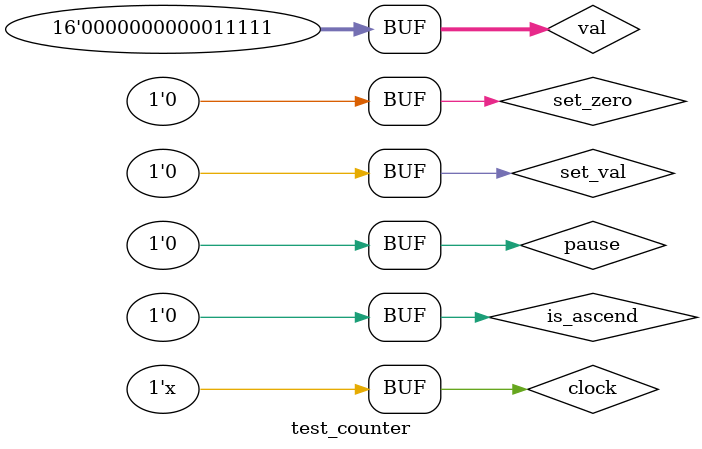
<source format=v>
`timescale 1ns / 1ps


module test_counter();

reg set_zero, set_val, clock, is_ascend, pause;
reg [15:0] val;
wire [15:0] out;

initial 
begin
    set_zero = 0;
    set_val = 0;
    clock = 0;
    is_ascend = 1;
    pause = 0;
    
    #100 set_zero = 1;
    #20 set_zero = 0;
    
    #200
    val = 16'h001F;
    set_val = 1;
    is_ascend = 0;
    
    #20 set_val = 0;
    
    #200 pause = 1;
    #50 pause = 0;
end

always #10 clock = ~clock;

Counter u(set_zero, set_val, val, clock, pause, is_ascend, out);

endmodule

</source>
